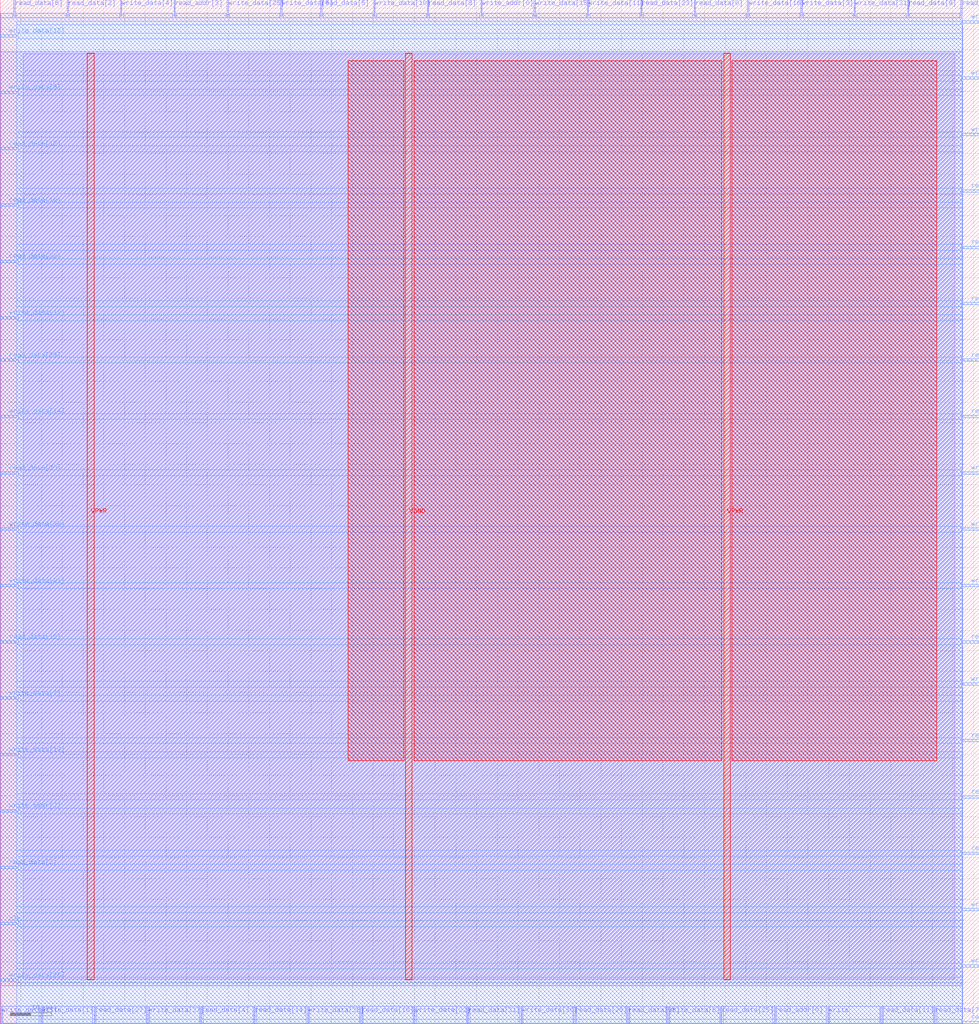
<source format=lef>
VERSION 5.7 ;
  NOWIREEXTENSIONATPIN ON ;
  DIVIDERCHAR "/" ;
  BUSBITCHARS "[]" ;
MACRO mem_1r1w
  CLASS BLOCK ;
  FOREIGN mem_1r1w ;
  ORIGIN 0.000 0.000 ;
  SIZE 236.335 BY 247.055 ;
  PIN VGND
    DIRECTION INOUT ;
    USE GROUND ;
    PORT
      LAYER met4 ;
        RECT 97.840 10.640 99.440 234.160 ;
    END
  END VGND
  PIN VPWR
    DIRECTION INOUT ;
    USE POWER ;
    PORT
      LAYER met4 ;
        RECT 21.040 10.640 22.640 234.160 ;
    END
    PORT
      LAYER met4 ;
        RECT 174.640 10.640 176.240 234.160 ;
    END
  END VPWR
  PIN clk
    DIRECTION INPUT ;
    USE SIGNAL ;
    PORT
      LAYER met3 ;
        RECT 0.000 23.840 4.000 24.440 ;
    END
  END clk
  PIN read
    DIRECTION INPUT ;
    USE SIGNAL ;
    PORT
      LAYER met3 ;
        RECT 232.335 91.840 236.335 92.440 ;
    END
  END read
  PIN read_addr[0]
    DIRECTION INPUT ;
    USE SIGNAL ;
    PORT
      LAYER met2 ;
        RECT 186.850 0.000 187.130 4.000 ;
    END
  END read_addr[0]
  PIN read_addr[1]
    DIRECTION INPUT ;
    USE SIGNAL ;
    PORT
      LAYER met3 ;
        RECT 232.335 159.840 236.335 160.440 ;
    END
  END read_addr[1]
  PIN read_addr[2]
    DIRECTION INPUT ;
    USE SIGNAL ;
    PORT
      LAYER met3 ;
        RECT 232.335 40.840 236.335 41.440 ;
    END
  END read_addr[2]
  PIN read_addr[3]
    DIRECTION INPUT ;
    USE SIGNAL ;
    PORT
      LAYER met2 ;
        RECT 41.950 243.055 42.230 247.055 ;
    END
  END read_addr[3]
  PIN read_data[0]
    DIRECTION OUTPUT TRISTATE ;
    USE SIGNAL ;
    PORT
      LAYER met2 ;
        RECT 167.530 243.055 167.810 247.055 ;
    END
  END read_data[0]
  PIN read_data[10]
    DIRECTION OUTPUT TRISTATE ;
    USE SIGNAL ;
    PORT
      LAYER met2 ;
        RECT 87.030 0.000 87.310 4.000 ;
    END
  END read_data[10]
  PIN read_data[11]
    DIRECTION OUTPUT TRISTATE ;
    USE SIGNAL ;
    PORT
      LAYER met2 ;
        RECT 212.610 0.000 212.890 4.000 ;
    END
  END read_data[11]
  PIN read_data[12]
    DIRECTION OUTPUT TRISTATE ;
    USE SIGNAL ;
    PORT
      LAYER met3 ;
        RECT 0.000 210.840 4.000 211.440 ;
    END
  END read_data[12]
  PIN read_data[13]
    DIRECTION OUTPUT TRISTATE ;
    USE SIGNAL ;
    PORT
      LAYER met2 ;
        RECT 231.930 243.055 232.210 247.055 ;
    END
  END read_data[13]
  PIN read_data[14]
    DIRECTION OUTPUT TRISTATE ;
    USE SIGNAL ;
    PORT
      LAYER met2 ;
        RECT 61.270 0.000 61.550 4.000 ;
    END
  END read_data[14]
  PIN read_data[15]
    DIRECTION OUTPUT TRISTATE ;
    USE SIGNAL ;
    PORT
      LAYER met3 ;
        RECT 0.000 91.840 4.000 92.440 ;
    END
  END read_data[15]
  PIN read_data[16]
    DIRECTION OUTPUT TRISTATE ;
    USE SIGNAL ;
    PORT
      LAYER met3 ;
        RECT 232.335 54.440 236.335 55.040 ;
    END
  END read_data[16]
  PIN read_data[17]
    DIRECTION OUTPUT TRISTATE ;
    USE SIGNAL ;
    PORT
      LAYER met3 ;
        RECT 232.335 146.240 236.335 146.840 ;
    END
  END read_data[17]
  PIN read_data[18]
    DIRECTION OUTPUT TRISTATE ;
    USE SIGNAL ;
    PORT
      LAYER met3 ;
        RECT 232.335 187.040 236.335 187.640 ;
    END
  END read_data[18]
  PIN read_data[19]
    DIRECTION OUTPUT TRISTATE ;
    USE SIGNAL ;
    PORT
      LAYER met3 ;
        RECT 0.000 197.240 4.000 197.840 ;
    END
  END read_data[19]
  PIN read_data[1]
    DIRECTION OUTPUT TRISTATE ;
    USE SIGNAL ;
    PORT
      LAYER met3 ;
        RECT 232.335 200.640 236.335 201.240 ;
    END
  END read_data[1]
  PIN read_data[20]
    DIRECTION OUTPUT TRISTATE ;
    USE SIGNAL ;
    PORT
      LAYER met2 ;
        RECT 138.550 0.000 138.830 4.000 ;
    END
  END read_data[20]
  PIN read_data[21]
    DIRECTION OUTPUT TRISTATE ;
    USE SIGNAL ;
    PORT
      LAYER met3 ;
        RECT 232.335 68.040 236.335 68.640 ;
    END
  END read_data[21]
  PIN read_data[22]
    DIRECTION OUTPUT TRISTATE ;
    USE SIGNAL ;
    PORT
      LAYER met3 ;
        RECT 0.000 183.640 4.000 184.240 ;
    END
  END read_data[22]
  PIN read_data[23]
    DIRECTION OUTPUT TRISTATE ;
    USE SIGNAL ;
    PORT
      LAYER met2 ;
        RECT 154.650 243.055 154.930 247.055 ;
    END
  END read_data[23]
  PIN read_data[24]
    DIRECTION OUTPUT TRISTATE ;
    USE SIGNAL ;
    PORT
      LAYER met3 ;
        RECT 232.335 173.440 236.335 174.040 ;
    END
  END read_data[24]
  PIN read_data[25]
    DIRECTION OUTPUT TRISTATE ;
    USE SIGNAL ;
    PORT
      LAYER met2 ;
        RECT 173.970 0.000 174.250 4.000 ;
    END
  END read_data[25]
  PIN read_data[26]
    DIRECTION OUTPUT TRISTATE ;
    USE SIGNAL ;
    PORT
      LAYER met3 ;
        RECT 232.335 0.040 236.335 0.640 ;
    END
  END read_data[26]
  PIN read_data[27]
    DIRECTION OUTPUT TRISTATE ;
    USE SIGNAL ;
    PORT
      LAYER met2 ;
        RECT 22.630 0.000 22.910 4.000 ;
    END
  END read_data[27]
  PIN read_data[28]
    DIRECTION OUTPUT TRISTATE ;
    USE SIGNAL ;
    PORT
      LAYER met2 ;
        RECT 151.430 0.000 151.710 4.000 ;
    END
  END read_data[28]
  PIN read_data[29]
    DIRECTION OUTPUT TRISTATE ;
    USE SIGNAL ;
    PORT
      LAYER met3 ;
        RECT 0.000 159.840 4.000 160.440 ;
    END
  END read_data[29]
  PIN read_data[2]
    DIRECTION OUTPUT TRISTATE ;
    USE SIGNAL ;
    PORT
      LAYER met2 ;
        RECT 16.190 243.055 16.470 247.055 ;
    END
  END read_data[2]
  PIN read_data[30]
    DIRECTION OUTPUT TRISTATE ;
    USE SIGNAL ;
    PORT
      LAYER met3 ;
        RECT 0.000 132.640 4.000 133.240 ;
    END
  END read_data[30]
  PIN read_data[31]
    DIRECTION OUTPUT TRISTATE ;
    USE SIGNAL ;
    PORT
      LAYER met2 ;
        RECT 112.790 0.000 113.070 4.000 ;
    END
  END read_data[31]
  PIN read_data[3]
    DIRECTION OUTPUT TRISTATE ;
    USE SIGNAL ;
    PORT
      LAYER met3 ;
        RECT 0.000 37.440 4.000 38.040 ;
    END
  END read_data[3]
  PIN read_data[4]
    DIRECTION OUTPUT TRISTATE ;
    USE SIGNAL ;
    PORT
      LAYER met2 ;
        RECT 48.390 0.000 48.670 4.000 ;
    END
  END read_data[4]
  PIN read_data[5]
    DIRECTION OUTPUT TRISTATE ;
    USE SIGNAL ;
    PORT
      LAYER met2 ;
        RECT 77.370 243.055 77.650 247.055 ;
    END
  END read_data[5]
  PIN read_data[6]
    DIRECTION OUTPUT TRISTATE ;
    USE SIGNAL ;
    PORT
      LAYER met2 ;
        RECT 3.310 243.055 3.590 247.055 ;
    END
  END read_data[6]
  PIN read_data[7]
    DIRECTION OUTPUT TRISTATE ;
    USE SIGNAL ;
    PORT
      LAYER met2 ;
        RECT 225.490 0.000 225.770 4.000 ;
    END
  END read_data[7]
  PIN read_data[8]
    DIRECTION OUTPUT TRISTATE ;
    USE SIGNAL ;
    PORT
      LAYER met2 ;
        RECT 103.130 243.055 103.410 247.055 ;
    END
  END read_data[8]
  PIN read_data[9]
    DIRECTION OUTPUT TRISTATE ;
    USE SIGNAL ;
    PORT
      LAYER met2 ;
        RECT 219.050 243.055 219.330 247.055 ;
    END
  END read_data[9]
  PIN write
    DIRECTION INPUT ;
    USE SIGNAL ;
    PORT
      LAYER met2 ;
        RECT 199.730 0.000 200.010 4.000 ;
    END
  END write
  PIN write_addr[0]
    DIRECTION INPUT ;
    USE SIGNAL ;
    PORT
      LAYER met2 ;
        RECT 116.010 243.055 116.290 247.055 ;
    END
  END write_addr[0]
  PIN write_addr[1]
    DIRECTION INPUT ;
    USE SIGNAL ;
    PORT
      LAYER met3 ;
        RECT 232.335 27.240 236.335 27.840 ;
    END
  END write_addr[1]
  PIN write_addr[2]
    DIRECTION INPUT ;
    USE SIGNAL ;
    PORT
      LAYER met3 ;
        RECT 232.335 81.640 236.335 82.240 ;
    END
  END write_addr[2]
  PIN write_addr[3]
    DIRECTION INPUT ;
    USE SIGNAL ;
    PORT
      LAYER met3 ;
        RECT 0.000 51.040 4.000 51.640 ;
    END
  END write_addr[3]
  PIN write_data[0]
    DIRECTION INPUT ;
    USE SIGNAL ;
    PORT
      LAYER met3 ;
        RECT 232.335 105.440 236.335 106.040 ;
    END
  END write_data[0]
  PIN write_data[10]
    DIRECTION INPUT ;
    USE SIGNAL ;
    PORT
      LAYER met2 ;
        RECT 90.250 243.055 90.530 247.055 ;
    END
  END write_data[10]
  PIN write_data[11]
    DIRECTION INPUT ;
    USE SIGNAL ;
    PORT
      LAYER met2 ;
        RECT 141.770 243.055 142.050 247.055 ;
    END
  END write_data[11]
  PIN write_data[12]
    DIRECTION INPUT ;
    USE SIGNAL ;
    PORT
      LAYER met3 ;
        RECT 0.000 238.040 4.000 238.640 ;
    END
  END write_data[12]
  PIN write_data[13]
    DIRECTION INPUT ;
    USE SIGNAL ;
    PORT
      LAYER met2 ;
        RECT 0.090 0.000 0.370 4.000 ;
    END
  END write_data[13]
  PIN write_data[14]
    DIRECTION INPUT ;
    USE SIGNAL ;
    PORT
      LAYER met3 ;
        RECT 0.000 146.240 4.000 146.840 ;
    END
  END write_data[14]
  PIN write_data[15]
    DIRECTION INPUT ;
    USE SIGNAL ;
    PORT
      LAYER met2 ;
        RECT 128.890 243.055 129.170 247.055 ;
    END
  END write_data[15]
  PIN write_data[16]
    DIRECTION INPUT ;
    USE SIGNAL ;
    PORT
      LAYER met2 ;
        RECT 180.410 243.055 180.690 247.055 ;
    END
  END write_data[16]
  PIN write_data[17]
    DIRECTION INPUT ;
    USE SIGNAL ;
    PORT
      LAYER met3 ;
        RECT 232.335 241.440 236.335 242.040 ;
    END
  END write_data[17]
  PIN write_data[18]
    DIRECTION INPUT ;
    USE SIGNAL ;
    PORT
      LAYER met3 ;
        RECT 0.000 64.640 4.000 65.240 ;
    END
  END write_data[18]
  PIN write_data[19]
    DIRECTION INPUT ;
    USE SIGNAL ;
    PORT
      LAYER met3 ;
        RECT 0.000 170.040 4.000 170.640 ;
    END
  END write_data[19]
  PIN write_data[1]
    DIRECTION INPUT ;
    USE SIGNAL ;
    PORT
      LAYER met2 ;
        RECT 9.750 0.000 10.030 4.000 ;
    END
  END write_data[1]
  PIN write_data[20]
    DIRECTION INPUT ;
    USE SIGNAL ;
    PORT
      LAYER met3 ;
        RECT 232.335 227.840 236.335 228.440 ;
    END
  END write_data[20]
  PIN write_data[21]
    DIRECTION INPUT ;
    USE SIGNAL ;
    PORT
      LAYER met3 ;
        RECT 0.000 105.440 4.000 106.040 ;
    END
  END write_data[21]
  PIN write_data[22]
    DIRECTION INPUT ;
    USE SIGNAL ;
    PORT
      LAYER met2 ;
        RECT 99.910 0.000 100.190 4.000 ;
    END
  END write_data[22]
  PIN write_data[23]
    DIRECTION INPUT ;
    USE SIGNAL ;
    PORT
      LAYER met3 ;
        RECT 232.335 214.240 236.335 214.840 ;
    END
  END write_data[23]
  PIN write_data[24]
    DIRECTION INPUT ;
    USE SIGNAL ;
    PORT
      LAYER met3 ;
        RECT 232.335 13.640 236.335 14.240 ;
    END
  END write_data[24]
  PIN write_data[25]
    DIRECTION INPUT ;
    USE SIGNAL ;
    PORT
      LAYER met2 ;
        RECT 54.830 243.055 55.110 247.055 ;
    END
  END write_data[25]
  PIN write_data[26]
    DIRECTION INPUT ;
    USE SIGNAL ;
    PORT
      LAYER met3 ;
        RECT 0.000 10.240 4.000 10.840 ;
    END
  END write_data[26]
  PIN write_data[27]
    DIRECTION INPUT ;
    USE SIGNAL ;
    PORT
      LAYER met2 ;
        RECT 35.510 0.000 35.790 4.000 ;
    END
  END write_data[27]
  PIN write_data[28]
    DIRECTION INPUT ;
    USE SIGNAL ;
    PORT
      LAYER met2 ;
        RECT 74.150 0.000 74.430 4.000 ;
    END
  END write_data[28]
  PIN write_data[29]
    DIRECTION INPUT ;
    USE SIGNAL ;
    PORT
      LAYER met3 ;
        RECT 0.000 119.040 4.000 119.640 ;
    END
  END write_data[29]
  PIN write_data[2]
    DIRECTION INPUT ;
    USE SIGNAL ;
    PORT
      LAYER met3 ;
        RECT 232.335 132.640 236.335 133.240 ;
    END
  END write_data[2]
  PIN write_data[30]
    DIRECTION INPUT ;
    USE SIGNAL ;
    PORT
      LAYER met2 ;
        RECT 125.670 0.000 125.950 4.000 ;
    END
  END write_data[30]
  PIN write_data[31]
    DIRECTION INPUT ;
    USE SIGNAL ;
    PORT
      LAYER met2 ;
        RECT 206.170 243.055 206.450 247.055 ;
    END
  END write_data[31]
  PIN write_data[3]
    DIRECTION INPUT ;
    USE SIGNAL ;
    PORT
      LAYER met2 ;
        RECT 193.290 243.055 193.570 247.055 ;
    END
  END write_data[3]
  PIN write_data[4]
    DIRECTION INPUT ;
    USE SIGNAL ;
    PORT
      LAYER met2 ;
        RECT 29.070 243.055 29.350 247.055 ;
    END
  END write_data[4]
  PIN write_data[5]
    DIRECTION INPUT ;
    USE SIGNAL ;
    PORT
      LAYER met2 ;
        RECT 67.710 243.055 67.990 247.055 ;
    END
  END write_data[5]
  PIN write_data[6]
    DIRECTION INPUT ;
    USE SIGNAL ;
    PORT
      LAYER met2 ;
        RECT 161.090 0.000 161.370 4.000 ;
    END
  END write_data[6]
  PIN write_data[7]
    DIRECTION INPUT ;
    USE SIGNAL ;
    PORT
      LAYER met3 ;
        RECT 0.000 78.240 4.000 78.840 ;
    END
  END write_data[7]
  PIN write_data[8]
    DIRECTION INPUT ;
    USE SIGNAL ;
    PORT
      LAYER met3 ;
        RECT 0.000 224.440 4.000 225.040 ;
    END
  END write_data[8]
  PIN write_data[9]
    DIRECTION INPUT ;
    USE SIGNAL ;
    PORT
      LAYER met3 ;
        RECT 232.335 119.040 236.335 119.640 ;
    END
  END write_data[9]
  OBS
      LAYER li1 ;
        RECT 5.520 10.795 230.460 234.005 ;
      LAYER met1 ;
        RECT 0.070 9.220 232.230 234.560 ;
      LAYER met2 ;
        RECT 0.100 242.775 3.030 243.850 ;
        RECT 3.870 242.775 15.910 243.850 ;
        RECT 16.750 242.775 28.790 243.850 ;
        RECT 29.630 242.775 41.670 243.850 ;
        RECT 42.510 242.775 54.550 243.850 ;
        RECT 55.390 242.775 67.430 243.850 ;
        RECT 68.270 242.775 77.090 243.850 ;
        RECT 77.930 242.775 89.970 243.850 ;
        RECT 90.810 242.775 102.850 243.850 ;
        RECT 103.690 242.775 115.730 243.850 ;
        RECT 116.570 242.775 128.610 243.850 ;
        RECT 129.450 242.775 141.490 243.850 ;
        RECT 142.330 242.775 154.370 243.850 ;
        RECT 155.210 242.775 167.250 243.850 ;
        RECT 168.090 242.775 180.130 243.850 ;
        RECT 180.970 242.775 193.010 243.850 ;
        RECT 193.850 242.775 205.890 243.850 ;
        RECT 206.730 242.775 218.770 243.850 ;
        RECT 219.610 242.775 231.650 243.850 ;
        RECT 0.100 4.280 232.200 242.775 ;
        RECT 0.650 0.155 9.470 4.280 ;
        RECT 10.310 0.155 22.350 4.280 ;
        RECT 23.190 0.155 35.230 4.280 ;
        RECT 36.070 0.155 48.110 4.280 ;
        RECT 48.950 0.155 60.990 4.280 ;
        RECT 61.830 0.155 73.870 4.280 ;
        RECT 74.710 0.155 86.750 4.280 ;
        RECT 87.590 0.155 99.630 4.280 ;
        RECT 100.470 0.155 112.510 4.280 ;
        RECT 113.350 0.155 125.390 4.280 ;
        RECT 126.230 0.155 138.270 4.280 ;
        RECT 139.110 0.155 151.150 4.280 ;
        RECT 151.990 0.155 160.810 4.280 ;
        RECT 161.650 0.155 173.690 4.280 ;
        RECT 174.530 0.155 186.570 4.280 ;
        RECT 187.410 0.155 199.450 4.280 ;
        RECT 200.290 0.155 212.330 4.280 ;
        RECT 213.170 0.155 225.210 4.280 ;
        RECT 226.050 0.155 232.200 4.280 ;
      LAYER met3 ;
        RECT 4.000 241.040 231.935 241.905 ;
        RECT 4.000 239.040 232.335 241.040 ;
        RECT 4.400 237.640 232.335 239.040 ;
        RECT 4.000 228.840 232.335 237.640 ;
        RECT 4.000 227.440 231.935 228.840 ;
        RECT 4.000 225.440 232.335 227.440 ;
        RECT 4.400 224.040 232.335 225.440 ;
        RECT 4.000 215.240 232.335 224.040 ;
        RECT 4.000 213.840 231.935 215.240 ;
        RECT 4.000 211.840 232.335 213.840 ;
        RECT 4.400 210.440 232.335 211.840 ;
        RECT 4.000 201.640 232.335 210.440 ;
        RECT 4.000 200.240 231.935 201.640 ;
        RECT 4.000 198.240 232.335 200.240 ;
        RECT 4.400 196.840 232.335 198.240 ;
        RECT 4.000 188.040 232.335 196.840 ;
        RECT 4.000 186.640 231.935 188.040 ;
        RECT 4.000 184.640 232.335 186.640 ;
        RECT 4.400 183.240 232.335 184.640 ;
        RECT 4.000 174.440 232.335 183.240 ;
        RECT 4.000 173.040 231.935 174.440 ;
        RECT 4.000 171.040 232.335 173.040 ;
        RECT 4.400 169.640 232.335 171.040 ;
        RECT 4.000 160.840 232.335 169.640 ;
        RECT 4.400 159.440 231.935 160.840 ;
        RECT 4.000 147.240 232.335 159.440 ;
        RECT 4.400 145.840 231.935 147.240 ;
        RECT 4.000 133.640 232.335 145.840 ;
        RECT 4.400 132.240 231.935 133.640 ;
        RECT 4.000 120.040 232.335 132.240 ;
        RECT 4.400 118.640 231.935 120.040 ;
        RECT 4.000 106.440 232.335 118.640 ;
        RECT 4.400 105.040 231.935 106.440 ;
        RECT 4.000 92.840 232.335 105.040 ;
        RECT 4.400 91.440 231.935 92.840 ;
        RECT 4.000 82.640 232.335 91.440 ;
        RECT 4.000 81.240 231.935 82.640 ;
        RECT 4.000 79.240 232.335 81.240 ;
        RECT 4.400 77.840 232.335 79.240 ;
        RECT 4.000 69.040 232.335 77.840 ;
        RECT 4.000 67.640 231.935 69.040 ;
        RECT 4.000 65.640 232.335 67.640 ;
        RECT 4.400 64.240 232.335 65.640 ;
        RECT 4.000 55.440 232.335 64.240 ;
        RECT 4.000 54.040 231.935 55.440 ;
        RECT 4.000 52.040 232.335 54.040 ;
        RECT 4.400 50.640 232.335 52.040 ;
        RECT 4.000 41.840 232.335 50.640 ;
        RECT 4.000 40.440 231.935 41.840 ;
        RECT 4.000 38.440 232.335 40.440 ;
        RECT 4.400 37.040 232.335 38.440 ;
        RECT 4.000 28.240 232.335 37.040 ;
        RECT 4.000 26.840 231.935 28.240 ;
        RECT 4.000 24.840 232.335 26.840 ;
        RECT 4.400 23.440 232.335 24.840 ;
        RECT 4.000 14.640 232.335 23.440 ;
        RECT 4.000 13.240 231.935 14.640 ;
        RECT 4.000 11.240 232.335 13.240 ;
        RECT 4.400 9.840 232.335 11.240 ;
        RECT 4.000 1.040 232.335 9.840 ;
        RECT 4.000 0.175 231.935 1.040 ;
      LAYER met4 ;
        RECT 84.015 63.415 97.440 232.385 ;
        RECT 99.840 63.415 174.240 232.385 ;
        RECT 176.640 63.415 226.025 232.385 ;
  END
END mem_1r1w
END LIBRARY


</source>
